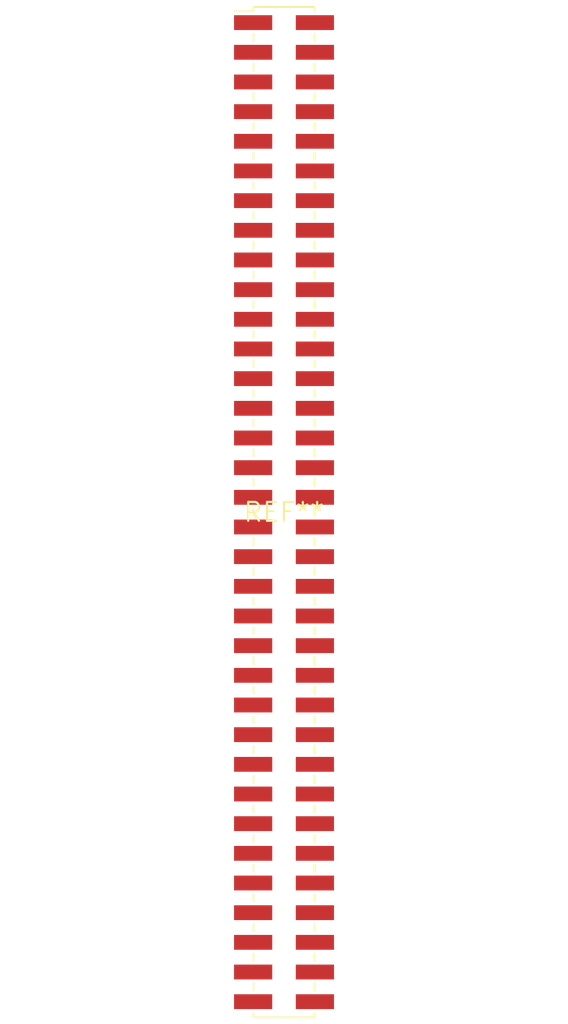
<source format=kicad_pcb>
(kicad_pcb (version 20240108) (generator pcbnew)
  (layers (0 "F.Cu" signal) (31 "B.Cu" signal) (34 "B.Paste" user) (35 "F.Paste" user) (36 "B.SilkS" user "B.Silkscreen") (37 "F.SilkS" user "F.Silkscreen") (38 "B.Mask" user) (39 "F.Mask" user) (44 "Edge.Cuts" user))
  (net 0 "")
  (footprint "PinHeader_2x34_P2.00mm_Vertical_SMD" (layer "F.Cu") (at 0 0)
    (property "Reference" "REF**")
    (property "Value" "PinHeader_2x34_P2.00mm_Vertical_SMD")
    (fp_line (start -3.315 -33.76) (end -2.06 -33.76) (layer "F.SilkS") (stroke (width 0.12)))
    (fp_line (start -2.06 -34.06) (end -2.06 -33.76) (layer "F.SilkS") (stroke (width 0.12)))
    (fp_line (start -2.06 -34.06) (end 2.06 -34.06) (layer "F.SilkS") (stroke (width 0.12)))
    (fp_line (start -2.06 -32.24) (end -2.06 -31.76) (layer "F.SilkS") (stroke (width 0.12)))
    (fp_line (start -2.06 -30.24) (end -2.06 -29.76) (layer "F.SilkS") (stroke (width 0.12)))
    (fp_line (start -2.06 -28.24) (end -2.06 -27.76) (layer "F.SilkS") (stroke (width 0.12)))
    (fp_line (start -2.06 -26.24) (end -2.06 -25.76) (layer "F.SilkS") (stroke (width 0.12)))
    (fp_line (start -2.06 -24.24) (end -2.06 -23.76) (layer "F.SilkS") (stroke (width 0.12)))
    (fp_line (start -2.06 -22.24) (end -2.06 -21.76) (layer "F.SilkS") (stroke (width 0.12)))
    (fp_line (start -2.06 -20.24) (end -2.06 -19.76) (layer "F.SilkS") (stroke (width 0.12)))
    (fp_line (start -2.06 -18.24) (end -2.06 -17.76) (layer "F.SilkS") (stroke (width 0.12)))
    (fp_line (start -2.06 -16.24) (end -2.06 -15.76) (layer "F.SilkS") (stroke (width 0.12)))
    (fp_line (start -2.06 -14.24) (end -2.06 -13.76) (layer "F.SilkS") (stroke (width 0.12)))
    (fp_line (start -2.06 -12.24) (end -2.06 -11.76) (layer "F.SilkS") (stroke (width 0.12)))
    (fp_line (start -2.06 -10.24) (end -2.06 -9.76) (layer "F.SilkS") (stroke (width 0.12)))
    (fp_line (start -2.06 -8.24) (end -2.06 -7.76) (layer "F.SilkS") (stroke (width 0.12)))
    (fp_line (start -2.06 -6.24) (end -2.06 -5.76) (layer "F.SilkS") (stroke (width 0.12)))
    (fp_line (start -2.06 -4.24) (end -2.06 -3.76) (layer "F.SilkS") (stroke (width 0.12)))
    (fp_line (start -2.06 -2.24) (end -2.06 -1.76) (layer "F.SilkS") (stroke (width 0.12)))
    (fp_line (start -2.06 -0.24) (end -2.06 0.24) (layer "F.SilkS") (stroke (width 0.12)))
    (fp_line (start -2.06 1.76) (end -2.06 2.24) (layer "F.SilkS") (stroke (width 0.12)))
    (fp_line (start -2.06 3.76) (end -2.06 4.24) (layer "F.SilkS") (stroke (width 0.12)))
    (fp_line (start -2.06 5.76) (end -2.06 6.24) (layer "F.SilkS") (stroke (width 0.12)))
    (fp_line (start -2.06 7.76) (end -2.06 8.24) (layer "F.SilkS") (stroke (width 0.12)))
    (fp_line (start -2.06 9.76) (end -2.06 10.24) (layer "F.SilkS") (stroke (width 0.12)))
    (fp_line (start -2.06 11.76) (end -2.06 12.24) (layer "F.SilkS") (stroke (width 0.12)))
    (fp_line (start -2.06 13.76) (end -2.06 14.24) (layer "F.SilkS") (stroke (width 0.12)))
    (fp_line (start -2.06 15.76) (end -2.06 16.24) (layer "F.SilkS") (stroke (width 0.12)))
    (fp_line (start -2.06 17.76) (end -2.06 18.24) (layer "F.SilkS") (stroke (width 0.12)))
    (fp_line (start -2.06 19.76) (end -2.06 20.24) (layer "F.SilkS") (stroke (width 0.12)))
    (fp_line (start -2.06 21.76) (end -2.06 22.24) (layer "F.SilkS") (stroke (width 0.12)))
    (fp_line (start -2.06 23.76) (end -2.06 24.24) (layer "F.SilkS") (stroke (width 0.12)))
    (fp_line (start -2.06 25.76) (end -2.06 26.24) (layer "F.SilkS") (stroke (width 0.12)))
    (fp_line (start -2.06 27.76) (end -2.06 28.24) (layer "F.SilkS") (stroke (width 0.12)))
    (fp_line (start -2.06 29.76) (end -2.06 30.24) (layer "F.SilkS") (stroke (width 0.12)))
    (fp_line (start -2.06 31.76) (end -2.06 32.24) (layer "F.SilkS") (stroke (width 0.12)))
    (fp_line (start -2.06 33.76) (end -2.06 34.06) (layer "F.SilkS") (stroke (width 0.12)))
    (fp_line (start -2.06 34.06) (end 2.06 34.06) (layer "F.SilkS") (stroke (width 0.12)))
    (fp_line (start 2.06 -34.06) (end 2.06 -33.76) (layer "F.SilkS") (stroke (width 0.12)))
    (fp_line (start 2.06 -32.24) (end 2.06 -31.76) (layer "F.SilkS") (stroke (width 0.12)))
    (fp_line (start 2.06 -30.24) (end 2.06 -29.76) (layer "F.SilkS") (stroke (width 0.12)))
    (fp_line (start 2.06 -28.24) (end 2.06 -27.76) (layer "F.SilkS") (stroke (width 0.12)))
    (fp_line (start 2.06 -26.24) (end 2.06 -25.76) (layer "F.SilkS") (stroke (width 0.12)))
    (fp_line (start 2.06 -24.24) (end 2.06 -23.76) (layer "F.SilkS") (stroke (width 0.12)))
    (fp_line (start 2.06 -22.24) (end 2.06 -21.76) (layer "F.SilkS") (stroke (width 0.12)))
    (fp_line (start 2.06 -20.24) (end 2.06 -19.76) (layer "F.SilkS") (stroke (width 0.12)))
    (fp_line (start 2.06 -18.24) (end 2.06 -17.76) (layer "F.SilkS") (stroke (width 0.12)))
    (fp_line (start 2.06 -16.24) (end 2.06 -15.76) (layer "F.SilkS") (stroke (width 0.12)))
    (fp_line (start 2.06 -14.24) (end 2.06 -13.76) (layer "F.SilkS") (stroke (width 0.12)))
    (fp_line (start 2.06 -12.24) (end 2.06 -11.76) (layer "F.SilkS") (stroke (width 0.12)))
    (fp_line (start 2.06 -10.24) (end 2.06 -9.76) (layer "F.SilkS") (stroke (width 0.12)))
    (fp_line (start 2.06 -8.24) (end 2.06 -7.76) (layer "F.SilkS") (stroke (width 0.12)))
    (fp_line (start 2.06 -6.24) (end 2.06 -5.76) (layer "F.SilkS") (stroke (width 0.12)))
    (fp_line (start 2.06 -4.24) (end 2.06 -3.76) (layer "F.SilkS") (stroke (width 0.12)))
    (fp_line (start 2.06 -2.24) (end 2.06 -1.76) (layer "F.SilkS") (stroke (width 0.12)))
    (fp_line (start 2.06 -0.24) (end 2.06 0.24) (layer "F.SilkS") (stroke (width 0.12)))
    (fp_line (start 2.06 1.76) (end 2.06 2.24) (layer "F.SilkS") (stroke (width 0.12)))
    (fp_line (start 2.06 3.76) (end 2.06 4.24) (layer "F.SilkS") (stroke (width 0.12)))
    (fp_line (start 2.06 5.76) (end 2.06 6.24) (layer "F.SilkS") (stroke (width 0.12)))
    (fp_line (start 2.06 7.76) (end 2.06 8.24) (layer "F.SilkS") (stroke (width 0.12)))
    (fp_line (start 2.06 9.76) (end 2.06 10.24) (layer "F.SilkS") (stroke (width 0.12)))
    (fp_line (start 2.06 11.76) (end 2.06 12.24) (layer "F.SilkS") (stroke (width 0.12)))
    (fp_line (start 2.06 13.76) (end 2.06 14.24) (layer "F.SilkS") (stroke (width 0.12)))
    (fp_line (start 2.06 15.76) (end 2.06 16.24) (layer "F.SilkS") (stroke (width 0.12)))
    (fp_line (start 2.06 17.76) (end 2.06 18.24) (layer "F.SilkS") (stroke (width 0.12)))
    (fp_line (start 2.06 19.76) (end 2.06 20.24) (layer "F.SilkS") (stroke (width 0.12)))
    (fp_line (start 2.06 21.76) (end 2.06 22.24) (layer "F.SilkS") (stroke (width 0.12)))
    (fp_line (start 2.06 23.76) (end 2.06 24.24) (layer "F.SilkS") (stroke (width 0.12)))
    (fp_line (start 2.06 25.76) (end 2.06 26.24) (layer "F.SilkS") (stroke (width 0.12)))
    (fp_line (start 2.06 27.76) (end 2.06 28.24) (layer "F.SilkS") (stroke (width 0.12)))
    (fp_line (start 2.06 29.76) (end 2.06 30.24) (layer "F.SilkS") (stroke (width 0.12)))
    (fp_line (start 2.06 31.76) (end 2.06 32.24) (layer "F.SilkS") (stroke (width 0.12)))
    (fp_line (start 2.06 33.76) (end 2.06 34.06) (layer "F.SilkS") (stroke (width 0.12)))
    (pad "1" smd rect (at -2.085 -33) (size 2.58 1) (layers "F.Cu" "F.Paste" "F.Mask"))
    (pad "2" smd rect (at 2.085 -33) (size 2.58 1) (layers "F.Cu" "F.Paste" "F.Mask"))
    (pad "3" smd rect (at -2.085 -31) (size 2.58 1) (layers "F.Cu" "F.Paste" "F.Mask"))
    (pad "4" smd rect (at 2.085 -31) (size 2.58 1) (layers "F.Cu" "F.Paste" "F.Mask"))
    (pad "5" smd rect (at -2.085 -29) (size 2.58 1) (layers "F.Cu" "F.Paste" "F.Mask"))
    (pad "6" smd rect (at 2.085 -29) (size 2.58 1) (layers "F.Cu" "F.Paste" "F.Mask"))
    (pad "7" smd rect (at -2.085 -27) (size 2.58 1) (layers "F.Cu" "F.Paste" "F.Mask"))
    (pad "8" smd rect (at 2.085 -27) (size 2.58 1) (layers "F.Cu" "F.Paste" "F.Mask"))
    (pad "9" smd rect (at -2.085 -25) (size 2.58 1) (layers "F.Cu" "F.Paste" "F.Mask"))
    (pad "10" smd rect (at 2.085 -25) (size 2.58 1) (layers "F.Cu" "F.Paste" "F.Mask"))
    (pad "11" smd rect (at -2.085 -23) (size 2.58 1) (layers "F.Cu" "F.Paste" "F.Mask"))
    (pad "12" smd rect (at 2.085 -23) (size 2.58 1) (layers "F.Cu" "F.Paste" "F.Mask"))
    (pad "13" smd rect (at -2.085 -21) (size 2.58 1) (layers "F.Cu" "F.Paste" "F.Mask"))
    (pad "14" smd rect (at 2.085 -21) (size 2.58 1) (layers "F.Cu" "F.Paste" "F.Mask"))
    (pad "15" smd rect (at -2.085 -19) (size 2.58 1) (layers "F.Cu" "F.Paste" "F.Mask"))
    (pad "16" smd rect (at 2.085 -19) (size 2.58 1) (layers "F.Cu" "F.Paste" "F.Mask"))
    (pad "17" smd rect (at -2.085 -17) (size 2.58 1) (layers "F.Cu" "F.Paste" "F.Mask"))
    (pad "18" smd rect (at 2.085 -17) (size 2.58 1) (layers "F.Cu" "F.Paste" "F.Mask"))
    (pad "19" smd rect (at -2.085 -15) (size 2.58 1) (layers "F.Cu" "F.Paste" "F.Mask"))
    (pad "20" smd rect (at 2.085 -15) (size 2.58 1) (layers "F.Cu" "F.Paste" "F.Mask"))
    (pad "21" smd rect (at -2.085 -13) (size 2.58 1) (layers "F.Cu" "F.Paste" "F.Mask"))
    (pad "22" smd rect (at 2.085 -13) (size 2.58 1) (layers "F.Cu" "F.Paste" "F.Mask"))
    (pad "23" smd rect (at -2.085 -11) (size 2.58 1) (layers "F.Cu" "F.Paste" "F.Mask"))
    (pad "24" smd rect (at 2.085 -11) (size 2.58 1) (layers "F.Cu" "F.Paste" "F.Mask"))
    (pad "25" smd rect (at -2.085 -9) (size 2.58 1) (layers "F.Cu" "F.Paste" "F.Mask"))
    (pad "26" smd rect (at 2.085 -9) (size 2.58 1) (layers "F.Cu" "F.Paste" "F.Mask"))
    (pad "27" smd rect (at -2.085 -7) (size 2.58 1) (layers "F.Cu" "F.Paste" "F.Mask"))
    (pad "28" smd rect (at 2.085 -7) (size 2.58 1) (layers "F.Cu" "F.Paste" "F.Mask"))
    (pad "29" smd rect (at -2.085 -5) (size 2.58 1) (layers "F.Cu" "F.Paste" "F.Mask"))
    (pad "30" smd rect (at 2.085 -5) (size 2.58 1) (layers "F.Cu" "F.Paste" "F.Mask"))
    (pad "31" smd rect (at -2.085 -3) (size 2.58 1) (layers "F.Cu" "F.Paste" "F.Mask"))
    (pad "32" smd rect (at 2.085 -3) (size 2.58 1) (layers "F.Cu" "F.Paste" "F.Mask"))
    (pad "33" smd rect (at -2.085 -1) (size 2.58 1) (layers "F.Cu" "F.Paste" "F.Mask"))
    (pad "34" smd rect (at 2.085 -1) (size 2.58 1) (layers "F.Cu" "F.Paste" "F.Mask"))
    (pad "35" smd rect (at -2.085 1) (size 2.58 1) (layers "F.Cu" "F.Paste" "F.Mask"))
    (pad "36" smd rect (at 2.085 1) (size 2.58 1) (layers "F.Cu" "F.Paste" "F.Mask"))
    (pad "37" smd rect (at -2.085 3) (size 2.58 1) (layers "F.Cu" "F.Paste" "F.Mask"))
    (pad "38" smd rect (at 2.085 3) (size 2.58 1) (layers "F.Cu" "F.Paste" "F.Mask"))
    (pad "39" smd rect (at -2.085 5) (size 2.58 1) (layers "F.Cu" "F.Paste" "F.Mask"))
    (pad "40" smd rect (at 2.085 5) (size 2.58 1) (layers "F.Cu" "F.Paste" "F.Mask"))
    (pad "41" smd rect (at -2.085 7) (size 2.58 1) (layers "F.Cu" "F.Paste" "F.Mask"))
    (pad "42" smd rect (at 2.085 7) (size 2.58 1) (layers "F.Cu" "F.Paste" "F.Mask"))
    (pad "43" smd rect (at -2.085 9) (size 2.58 1) (layers "F.Cu" "F.Paste" "F.Mask"))
    (pad "44" smd rect (at 2.085 9) (size 2.58 1) (layers "F.Cu" "F.Paste" "F.Mask"))
    (pad "45" smd rect (at -2.085 11) (size 2.58 1) (layers "F.Cu" "F.Paste" "F.Mask"))
    (pad "46" smd rect (at 2.085 11) (size 2.58 1) (layers "F.Cu" "F.Paste" "F.Mask"))
    (pad "47" smd rect (at -2.085 13) (size 2.58 1) (layers "F.Cu" "F.Paste" "F.Mask"))
    (pad "48" smd rect (at 2.085 13) (size 2.58 1) (layers "F.Cu" "F.Paste" "F.Mask"))
    (pad "49" smd rect (at -2.085 15) (size 2.58 1) (layers "F.Cu" "F.Paste" "F.Mask"))
    (pad "50" smd rect (at 2.085 15) (size 2.58 1) (layers "F.Cu" "F.Paste" "F.Mask"))
    (pad "51" smd rect (at -2.085 17) (size 2.58 1) (layers "F.Cu" "F.Paste" "F.Mask"))
    (pad "52" smd rect (at 2.085 17) (size 2.58 1) (layers "F.Cu" "F.Paste" "F.Mask"))
    (pad "53" smd rect (at -2.085 19) (size 2.58 1) (layers "F.Cu" "F.Paste" "F.Mask"))
    (pad "54" smd rect (at 2.085 19) (size 2.58 1) (layers "F.Cu" "F.Paste" "F.Mask"))
    (pad "55" smd rect (at -2.085 21) (size 2.58 1) (layers "F.Cu" "F.Paste" "F.Mask"))
    (pad "56" smd rect (at 2.085 21) (size 2.58 1) (layers "F.Cu" "F.Paste" "F.Mask"))
    (pad "57" smd rect (at -2.085 23) (size 2.58 1) (layers "F.Cu" "F.Paste" "F.Mask"))
    (pad "58" smd rect (at 2.085 23) (size 2.58 1) (layers "F.Cu" "F.Paste" "F.Mask"))
    (pad "59" smd rect (at -2.085 25) (size 2.58 1) (layers "F.Cu" "F.Paste" "F.Mask"))
    (pad "60" smd rect (at 2.085 25) (size 2.58 1) (layers "F.Cu" "F.Paste" "F.Mask"))
    (pad "61" smd rect (at -2.085 27) (size 2.58 1) (layers "F.Cu" "F.Paste" "F.Mask"))
    (pad "62" smd rect (at 2.085 27) (size 2.58 1) (layers "F.Cu" "F.Paste" "F.Mask"))
    (pad "63" smd rect (at -2.085 29) (size 2.58 1) (layers "F.Cu" "F.Paste" "F.Mask"))
    (pad "64" smd rect (at 2.085 29) (size 2.58 1) (layers "F.Cu" "F.Paste" "F.Mask"))
    (pad "65" smd rect (at -2.085 31) (size 2.58 1) (layers "F.Cu" "F.Paste" "F.Mask"))
    (pad "66" smd rect (at 2.085 31) (size 2.58 1) (layers "F.Cu" "F.Paste" "F.Mask"))
    (pad "67" smd rect (at -2.085 33) (size 2.58 1) (layers "F.Cu" "F.Paste" "F.Mask"))
    (pad "68" smd rect (at 2.085 33) (size 2.58 1) (layers "F.Cu" "F.Paste" "F.Mask"))
  )
)
</source>
